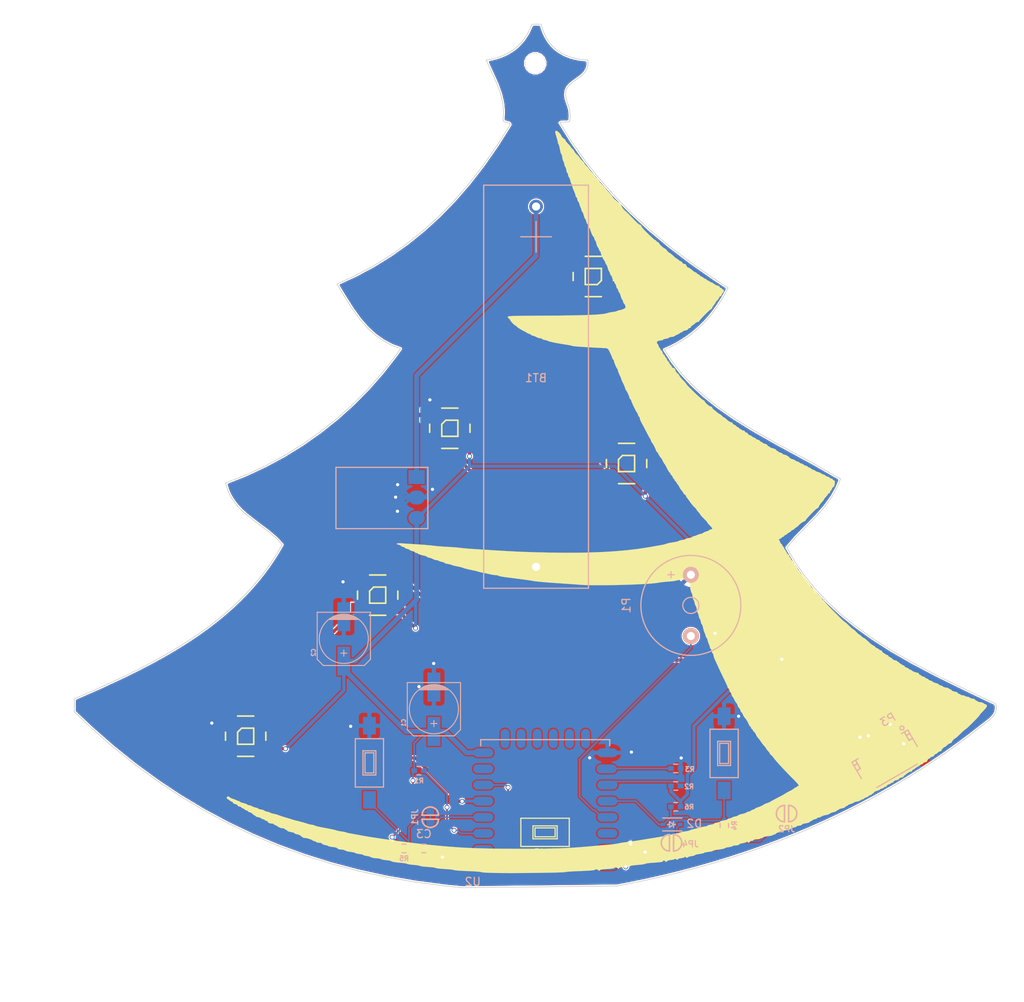
<source format=kicad_pcb>
(kicad_pcb (version 4) (host pcbnew 4.0.4-stable)
  (title_block (title "Sensory Adaptation Robot") (date 2016-03-10) (rev 0.1a) (company "Idle Hands Dev.") (comment 1 "Sean Hodgins"))
  (layers (0 F.Cu signal) (31 B.Cu signal) (34 B.Paste user) (35 F.Paste user) (36 B.SilkS user) (37 F.SilkS user) (38 B.Mask user) (39 F.Mask user) (44 Edge.Cuts user))
  (net 0 "")
  (net 1 GND)
  (net 2 +3V3)
  (net 3 /VIN)
  (net 4 DTR)
  (net 5 /GPIO0)
  (net 6 /GPIO16)
  (net 7 "Net-(JP2-Pad1)")
  (net 8 "Net-(JP3-Pad1)")
  (net 9 "Net-(LED1-Pad2)")
  (net 10 /NEOP)
  (net 11 "Net-(LED2-Pad2)")
  (net 12 "Net-(LED3-Pad2)")
  (net 13 "Net-(LED4-Pad2)")
  (net 14 "Net-(LED5-Pad2)")
  (net 15 /tonepin)
  (net 16 /RXD)
  (net 17 /TXD)
  (net 18 /CH_PD)
  (net 19 /GPIO2)
  (net 20 "Net-(D1-Pad1)")
  (net 21 /BUTT1)
  (net 22 /ADC)
  (net 23 /GPIO13)
  (net 24 "Net-(U2-Pad9)")
  (net 25 "Net-(U2-Pad10)")
  (net 26 "Net-(U2-Pad11)")
  (net 27 "Net-(U2-Pad12)")
  (net 28 "Net-(U2-Pad13)")
  (net 29 "Net-(U2-Pad14)")
  (net 30 /GPIO15)
  (net 31 /GPIO5)
  (net 32 "Net-(LED6-Pad2)")
  (module idlehands_footprints:c_elec_6.3x5.3 (layer B.Cu) (at 191.75 156.3 270)
    (fp_text reference C1 (at 1.7 3.75 270) (layer B.SilkS) (effects (font (size 0.5 0.5) (thickness 0.125)) (justify mirror)))
    (fp_text value 100uF hide)
    (pad 1 smd rect (at 2.75082 0 270) (size 3.59918 1.6002) (layers B.Cu B.Paste B.Mask) (net 2 +3V3))
    (pad 2 smd rect (at -2.75082 0 270) (size 3.59918 1.6002) (layers B.Cu B.Paste B.Mask) (net 1 GND))
  )
  (module idlehands_footprints:c_elec_6.3x5.3 (layer B.Cu) (at 180.575 147.575 270)
    (fp_text reference C2 (at 1.7 3.75 270) (layer B.SilkS) (effects (font (size 0.5 0.5) (thickness 0.125)) (justify mirror)))
    (fp_text value 100uF hide)
    (pad 1 smd rect (at 2.75082 0 270) (size 3.59918 1.6002) (layers B.Cu B.Paste B.Mask) (net 2 +3V3))
    (pad 2 smd rect (at -2.75082 0 270) (size 3.59918 1.6002) (layers B.Cu B.Paste B.Mask) (net 1 GND))
  )
  (module project_footprints:C_0402_Hand (layer B.Cu) (at 190.5 173.575 180)
    (fp_text reference C3 (at 0 1.8 180) (layer B.SilkS) (effects (justify mirror)))
    (fp_text value 1uF)
    (pad 1 smd rect (at -0.6 0 180) (size 0.7 0.6) (layers B.Cu B.Paste B.Mask) (net 4 DTR))
    (pad 2 smd rect (at 0.6 0 180) (size 0.7 0.6) (layers B.Cu B.Paste B.Mask) (net 6 /GPIO16))
  )
  (module Diodes_SMD:SOD-323 (layer B.Cu) (at 221.225 170.6 180)
    (fp_text reference D2 (at -2.825 0.1 180) (layer B.SilkS) (effects (justify mirror)))
    (fp_text value D)
    (pad 1 smd rect (at -1.055 0 180) (size 0.59 0.45) (layers B.Cu B.Paste B.Mask) (net 4 DTR))
    (pad 2 smd rect (at 1.055 0 180) (size 0.59 0.45) (layers B.Cu B.Paste B.Mask) (net 5 /GPIO0))
  )
  (module idlehands_footprints:SOLDER-JUMPER_1-WAY (layer B.Cu) (at 235.5 169.25 180)
    (fp_text reference JP2 (at 0 -1.905 180) (layer B.SilkS) (effects (font (size 0.762 0.762) (thickness 0.1524)) (justify mirror)))
    (fp_text value Jumper_NO_Small hide)
    (pad 1 smd rect (at -0.65 0 180) (size 1 1) (layers B.Cu B.Paste B.Mask) (net 7 "Net-(JP2-Pad1)"))
    (pad 2 smd rect (at 0.65 0 180) (size 1 1) (layers B.Cu B.Paste B.Mask) (net 4 DTR))
  )
  (module idlehands_footprints:SOLDER-JUMPER_1-WAY (layer B.Cu) (at 221.225 172.875)
    (fp_text reference JP4 (at 2.325 0.15) (layer B.SilkS) (effects (font (size 0.762 0.762) (thickness 0.1524)) (justify mirror)))
    (fp_text value Jumper_NC_Small hide)
    (pad 1 smd rect (at -0.65 0) (size 1 1) (layers B.Cu B.Paste B.Mask) (net 4 DTR))
    (pad 2 smd rect (at 0.65 0) (size 1 1) (layers B.Cu B.Paste B.Mask) (net 4 DTR))
  )
  (module idlehands_footprints:pololu_power_3.3v-5v (layer B.Cu) (at 189.6 127.5 180)
    (fp_text reference P2 hide)
    (fp_text value EXT_REG)
    (pad 1 smd rect (at 0 0 180) (size 2.032 1.7272) (layers B.Cu B.Paste B.Mask) (net 3 /VIN))
    (pad 2 smd oval (at 0 -2.54 180) (size 2.032 1.7272) (layers B.Cu B.Paste B.Mask) (net 1 GND))
    (pad 3 smd oval (at 0 -5.08 180) (size 2.032 1.7272) (layers B.Cu B.Paste B.Mask) (net 2 +3V3))
  )
  (module Connectors_JST_SH:Connectors_JST_SM06B-SRSS-TB (layer B.Cu) (at 247.875 162.275 210)
    (fp_text reference P3 (at -2.5 3.9375 210) (layer B.SilkS) (effects (justify mirror)))
    (fp_text value CONN_01X06 hide)
    (pad 1 smd rect (at -2.5 1.9375 210) (size 0.6 1.55) (layers B.Cu B.Paste B.Mask) (net 1 GND))
    (pad 2 smd rect (at -1.5 1.9375 210) (size 0.6 1.55) (layers B.Cu B.Paste B.Mask) (net 8 "Net-(JP3-Pad1)"))
    (pad 3 smd rect (at -0.5 1.9375 210) (size 0.6 1.55) (layers B.Cu B.Paste B.Mask) (net 2 +3V3))
    (pad 4 smd rect (at 0.5 1.9375 210) (size 0.6 1.55) (layers B.Cu B.Paste B.Mask) (net 16 /RXD))
    (pad 5 smd rect (at 1.5 1.9375 210) (size 0.6 1.55) (layers B.Cu B.Paste B.Mask) (net 17 /TXD))
    (pad 6 smd rect (at 2.5 1.9375 210) (size 0.6 1.55) (layers B.Cu B.Paste B.Mask) (net 7 "Net-(JP2-Pad1)"))
    (pad "" smd rect (at -3.8 -1.9375 210) (size 1.2 1.8) (layers B.Cu B.Paste B.Mask))
    (pad "" smd rect (at 3.8 -1.9375 210) (size 1.2 1.8) (layers B.Cu B.Paste B.Mask))
  )
  (module idlehands_footprints:R_0402_Hand (layer B.Cu) (at 189.9 163.925)
    (fp_text reference R1 (at 0 1.25) (layer B.SilkS) (effects (font (size 0.6 0.6)) (justify mirror)))
    (fp_text value 10K hide)
    (pad 1 smd rect (at -0.6 0) (size 0.7 0.6) (layers B.Cu B.Paste B.Mask) (net 2 +3V3))
    (pad 2 smd rect (at 0.6 0) (size 0.7 0.6) (layers B.Cu B.Paste B.Mask) (net 18 /CH_PD))
  )
  (module idlehands_footprints:R_0402_Hand (layer B.Cu) (at 221.75 165.825)
    (fp_text reference R2 (at 1.65 0.075) (layer B.SilkS) (effects (font (size 0.6 0.6)) (justify mirror)))
    (fp_text value 10K hide)
    (pad 1 smd rect (at -0.6 0) (size 0.7 0.6) (layers B.Cu B.Paste B.Mask) (net 2 +3V3))
    (pad 2 smd rect (at 0.6 0) (size 0.7 0.6) (layers B.Cu B.Paste B.Mask) (net 19 /GPIO2))
  )
  (module idlehands_footprints:R_0402_Hand (layer B.Cu) (at 221.75 163.65)
    (fp_text reference R3 (at 1.75 0.1) (layer B.SilkS) (effects (font (size 0.6 0.6)) (justify mirror)))
    (fp_text value 1K hide)
    (pad 1 smd rect (at -0.6 0) (size 0.7 0.6) (layers B.Cu B.Paste B.Mask) (net 30 /GPIO15))
    (pad 2 smd rect (at 0.6 0) (size 0.7 0.6) (layers B.Cu B.Paste B.Mask) (net 1 GND))
  )
  (module idlehands_footprints:R_0402_Hand (layer B.Cu) (at 227.775 170.725 90)
    (fp_text reference R4 (at 0 1.25 90) (layer B.SilkS) (effects (font (size 0.6 0.6)) (justify mirror)))
    (fp_text value 1K hide)
    (pad 1 smd rect (at -0.6 0 90) (size 0.7 0.6) (layers B.Cu B.Paste B.Mask) (net 20 "Net-(D1-Pad1)"))
    (pad 2 smd rect (at 0.6 0 90) (size 0.7 0.6) (layers B.Cu B.Paste B.Mask) (net 5 /GPIO0))
  )
  (module idlehands_footprints:R_0402_Hand (layer B.Cu) (at 188.05 173.575)
    (fp_text reference R5 (at 0 1.25) (layer B.SilkS) (effects (font (size 0.6 0.6)) (justify mirror)))
    (fp_text value 10K hide)
    (pad 1 smd rect (at -0.6 0) (size 0.7 0.6) (layers B.Cu B.Paste B.Mask) (net 2 +3V3))
    (pad 2 smd rect (at 0.6 0) (size 0.7 0.6) (layers B.Cu B.Paste B.Mask) (net 6 /GPIO16))
  )
  (module idlehands_footprints:R_0402_Hand (layer B.Cu) (at 221.75 168.4 180)
    (fp_text reference R6 (at -1.675 -0.025 180) (layer B.SilkS) (effects (font (size 0.6 0.6)) (justify mirror)))
    (fp_text value 1K hide)
    (pad 1 smd rect (at -0.6 0 180) (size 0.7 0.6) (layers B.Cu B.Paste B.Mask) (net 2 +3V3))
    (pad 2 smd rect (at 0.6 0 180) (size 0.7 0.6) (layers B.Cu B.Paste B.Mask) (net 5 /GPIO0))
  )
  (module Buttons_Switches_SMD:SW_SPST_FSMSM (layer F.Cu) (at 205.55 171.575 180)
    (fp_text reference SW1 (at 0.01011 -2.60022 180) (layer F.SilkS))
    (fp_text value B hide)
    (pad 1 smd rect (at -4.60243 -0.00232 180) (size 2.18 1.6) (layers F.Cu F.Paste F.Mask) (net 1 GND))
    (pad 2 smd rect (at 4.60243 0.00232 180) (size 2.18 1.6) (layers F.Cu F.Paste F.Mask) (net 21 /BUTT1))
  )
  (module Buttons_Switches_SMD:SW_SPST_FSMSM (layer B.Cu) (at 227.75 161.775 270)
    (fp_text reference SW2 hide)
    (fp_text value GPIO0)
    (pad 1 smd rect (at -4.60243 0.00232 270) (size 2.18 1.6) (layers B.Cu B.Paste B.Mask) (net 1 GND))
    (pad 2 smd rect (at 4.60243 -0.00232 270) (size 2.18 1.6) (layers B.Cu B.Paste B.Mask) (net 5 /GPIO0))
  )
  (module Buttons_Switches_SMD:SW_SPST_FSMSM (layer B.Cu) (at 183.75 162.95 270)
    (fp_text reference SW3 hide)
    (fp_text value RESET)
    (pad 1 smd rect (at -4.60243 0.00232 270) (size 2.18 1.6) (layers B.Cu B.Paste B.Mask) (net 1 GND))
    (pad 2 smd rect (at 4.60243 -0.00232 270) (size 2.18 1.6) (layers B.Cu B.Paste B.Mask) (net 6 /GPIO16))
  )
  (module idlehands_footprints:WS2812B (layer F.Cu) (at 168.4 159.65 270)
    (fp_text reference LED1 hide)
    (fp_text value WS2812B hide)
    (pad 1 smd rect (at 1.65 -2.4 270) (size 1.4 1.8) (layers F.Cu F.Paste F.Mask) (net 2 +3V3))
    (pad 2 smd rect (at -1.65 -2.4 270) (size 1.4 1.8) (layers F.Cu F.Paste F.Mask) (net 9 "Net-(LED1-Pad2)"))
    (pad 3 smd rect (at -1.65 2.4 270) (size 1.4 1.8) (layers F.Cu F.Paste F.Mask) (net 1 GND))
    (pad 4 smd rect (at 1.65 2.4 270) (size 1.4 1.8) (layers F.Cu F.Paste F.Mask) (net 10 /NEOP))
  )
  (module idlehands_footprints:WS2812B (layer F.Cu) (at 184.775 142.15 270)
    (fp_text reference LED2 hide)
    (fp_text value WS2812B hide)
    (pad 1 smd rect (at 1.65 -2.4 270) (size 1.4 1.8) (layers F.Cu F.Paste F.Mask) (net 2 +3V3))
    (pad 2 smd rect (at -1.65 -2.4 270) (size 1.4 1.8) (layers F.Cu F.Paste F.Mask) (net 11 "Net-(LED2-Pad2)"))
    (pad 3 smd rect (at -1.65 2.4 270) (size 1.4 1.8) (layers F.Cu F.Paste F.Mask) (net 1 GND))
    (pad 4 smd rect (at 1.65 2.4 270) (size 1.4 1.8) (layers F.Cu F.Paste F.Mask) (net 9 "Net-(LED1-Pad2)"))
  )
  (module idlehands_footprints:WS2812B (layer F.Cu) (at 230.85 148.55 270)
    (fp_text reference LED3 hide)
    (fp_text value WS2812B hide)
    (pad 1 smd rect (at 1.65 -2.4 270) (size 1.4 1.8) (layers F.Cu F.Paste F.Mask) (net 2 +3V3))
    (pad 2 smd rect (at -1.65 -2.4 270) (size 1.4 1.8) (layers F.Cu F.Paste F.Mask) (net 12 "Net-(LED3-Pad2)"))
    (pad 3 smd rect (at -1.65 2.4 270) (size 1.4 1.8) (layers F.Cu F.Paste F.Mask) (net 1 GND))
    (pad 4 smd rect (at 1.65 2.4 270) (size 1.4 1.8) (layers F.Cu F.Paste F.Mask) (net 11 "Net-(LED2-Pad2)"))
  )
  (module idlehands_footprints:WS2812B (layer F.Cu) (at 193.725 121.45 270)
    (fp_text reference LED4 hide)
    (fp_text value WS2812B hide)
    (pad 1 smd rect (at 1.65 -2.4 270) (size 1.4 1.8) (layers F.Cu F.Paste F.Mask) (net 2 +3V3))
    (pad 2 smd rect (at -1.65 -2.4 270) (size 1.4 1.8) (layers F.Cu F.Paste F.Mask) (net 13 "Net-(LED4-Pad2)"))
    (pad 3 smd rect (at -1.65 2.4 270) (size 1.4 1.8) (layers F.Cu F.Paste F.Mask) (net 1 GND))
    (pad 4 smd rect (at 1.65 2.4 270) (size 1.4 1.8) (layers F.Cu F.Paste F.Mask) (net 12 "Net-(LED3-Pad2)"))
  )
  (module idlehands_footprints:WS2812B (layer F.Cu) (at 215.65 125.825 270)
    (fp_text reference LED5 hide)
    (fp_text value WS2812B hide)
    (pad 1 smd rect (at 1.65 -2.4 270) (size 1.4 1.8) (layers F.Cu F.Paste F.Mask) (net 2 +3V3))
    (pad 2 smd rect (at -1.65 -2.4 270) (size 1.4 1.8) (layers F.Cu F.Paste F.Mask) (net 14 "Net-(LED5-Pad2)"))
    (pad 3 smd rect (at -1.65 2.4 270) (size 1.4 1.8) (layers F.Cu F.Paste F.Mask) (net 1 GND))
    (pad 4 smd rect (at 1.65 2.4 270) (size 1.4 1.8) (layers F.Cu F.Paste F.Mask) (net 13 "Net-(LED4-Pad2)"))
  )
  (module idlehands_footprints:WS2812B (layer F.Cu) (at 211.525 102.625 90)
    (fp_text reference LED6 hide)
    (fp_text value WS2812B hide)
    (pad 1 smd rect (at 1.65 -2.4 90) (size 1.4 1.8) (layers F.Cu F.Paste F.Mask) (net 2 +3V3))
    (pad 2 smd rect (at -1.65 -2.4 90) (size 1.4 1.8) (layers F.Cu F.Paste F.Mask) (net 32 "Net-(LED6-Pad2)"))
    (pad 3 smd rect (at -1.65 2.4 90) (size 1.4 1.8) (layers F.Cu F.Paste F.Mask) (net 1 GND))
    (pad 4 smd rect (at 1.65 2.4 90) (size 1.4 1.8) (layers F.Cu F.Paste F.Mask) (net 14 "Net-(LED5-Pad2)"))
  )
  (module Buzzers_Beepers:Buzzer_12x9.5RM7.6 (layer B.Cu) (at 223.625 143.425 270)
    (fp_text reference P1 (at 0 8.001 270) (layer B.SilkS) (effects (justify mirror)))
    (fp_text value CONN_01X02 hide)
    (fp_text user + (at -3.81 2.54 270) (layer B.SilkS) (effects (justify mirror)))
    (pad 1 thru_hole circle (at -3.79984 0 270) (size 2 2) (drill 1.00076) (layers *.Cu *.Mask B.SilkS) (net 1 GND))
    (pad 2 thru_hole circle (at 3.79984 0 270) (size 2 2) (drill 1.00076) (layers *.Cu *.Mask B.SilkS) (net 15 /tonepin))
  )
  (module ESP8266:ESP-12E_NoTH (layer B.Cu) (at 198.575 175.7)
    (fp_text reference U2 (at -2 2) (layer B.SilkS) (effects (justify mirror)))
    (fp_text value ESP-12E)
    (pad 1 smd rect (at 0 0) (size 2.5 1.1) (drill (offset -0.7 0)) (layers B.Cu B.Paste B.Mask) (net 6 /GPIO16))
    (pad 2 smd oval (at 0 -2) (size 2.5 1.1) (drill (offset -0.7 0)) (layers B.Cu B.Paste B.Mask) (net 22 /ADC))
    (pad 3 smd oval (at 0 -4) (size 2.5 1.1) (drill (offset -0.7 0)) (layers B.Cu B.Paste B.Mask) (net 18 /CH_PD))
    (pad 4 smd oval (at 0 -6) (size 2.5 1.1) (drill (offset -0.7 0)) (layers B.Cu B.Paste B.Mask) (net 6 /GPIO16))
    (pad 5 smd oval (at 0 -8) (size 2.5 1.1) (drill (offset -0.7 0)) (layers B.Cu B.Paste B.Mask) (net 10 /NEOP))
    (pad 6 smd oval (at 0 -10) (size 2.5 1.1) (drill (offset -0.7 0)) (layers B.Cu B.Paste B.Mask) (net 21 /BUTT1))
    (pad 7 smd oval (at 0 -12) (size 2.5 1.1) (drill (offset -0.7 0)) (layers B.Cu B.Paste B.Mask) (net 23 /GPIO13))
    (pad 8 smd oval (at 0 -14) (size 2.5 1.1) (drill (offset -0.7 0)) (layers B.Cu B.Paste B.Mask) (net 2 +3V3))
    (pad 9 smd oval (at 1.99 -15.75 270) (size 2.4 1.1) (layers B.Cu B.Paste B.Mask) (net 24 "Net-(U2-Pad9)"))
    (pad 10 smd oval (at 3.99 -15.75 270) (size 2.4 1.1) (layers B.Cu B.Paste B.Mask) (net 25 "Net-(U2-Pad10)"))
    (pad 11 smd oval (at 5.99 -15.75 270) (size 2.4 1.1) (layers B.Cu B.Paste B.Mask) (net 26 "Net-(U2-Pad11)"))
    (pad 12 smd oval (at 7.99 -15.75 270) (size 2.4 1.1) (layers B.Cu B.Paste B.Mask) (net 27 "Net-(U2-Pad12)"))
    (pad 13 smd oval (at 9.99 -15.75 270) (size 2.4 1.1) (layers B.Cu B.Paste B.Mask) (net 28 "Net-(U2-Pad13)"))
    (pad 14 smd oval (at 11.99 -15.75 270) (size 2.4 1.1) (layers B.Cu B.Paste B.Mask) (net 29 "Net-(U2-Pad14)"))
    (pad 15 smd oval (at 14 -14) (size 2.5 1.1) (drill (offset 0.7 0)) (layers B.Cu B.Paste B.Mask) (net 1 GND))
    (pad 16 smd oval (at 14 -12) (size 2.5 1.1) (drill (offset 0.6 0)) (layers B.Cu B.Paste B.Mask) (net 30 /GPIO15))
    (pad 17 smd oval (at 14 -10) (size 2.5 1.1) (drill (offset 0.7 0)) (layers B.Cu B.Paste B.Mask) (net 19 /GPIO2))
    (pad 18 smd oval (at 14 -8) (size 2.5 1.1) (drill (offset 0.7 0)) (layers B.Cu B.Paste B.Mask) (net 5 /GPIO0))
    (pad 19 smd oval (at 14 -6) (size 2.5 1.1) (drill (offset 0.7 0)) (layers B.Cu B.Paste B.Mask) (net 15 /tonepin))
    (pad 20 smd oval (at 14 -4) (size 2.5 1.1) (drill (offset 0.7 0)) (layers B.Cu B.Paste B.Mask) (net 31 /GPIO5))
    (pad 21 smd oval (at 14 -2) (size 2.5 1.1) (drill (offset 0.7 0)) (layers B.Cu B.Paste B.Mask) (net 16 /RXD))
    (pad 22 smd oval (at 14 0) (size 2.5 1.1) (drill (offset 0.7 0)) (layers B.Cu B.Paste B.Mask) (net 17 /TXD))
  )
  (module idlehands_footprints:SOLDER-JUMPER_1-WAY-CLOSED (layer B.Cu) (at 191.3 169.7 90)
    (fp_text reference JP1 (at 0 -1.905 90) (layer B.SilkS) (effects (font (size 0.762 0.762) (thickness 0.1524)) (justify mirror)))
    (fp_text value Jumper_NC_Small hide)
    (pad 1 smd rect (at -0.65 0 90) (size 1 1) (layers B.Cu B.Paste B.Mask) (net 6 /GPIO16))
    (pad 2 smd rect (at 0.65 0 90) (size 1 1) (layers B.Cu B.Paste B.Mask) (net 6 /GPIO16))
  )
  (module project_footprints:tree_shadow (layer F.Cu) (at 206.025 126.55)
    (fp_text reference G*** hide)
    (fp_text value LOGO hide)
  )
  (module project_footprints:tree_star (layer F.Cu) (at 204.175 119.75)
    (fp_text reference G*** hide)
    (fp_text value LOGO hide)
  )
  (module idlehands_footprints:AAA_SingleHolder (layer B.Cu) (at 204.425 116.295)
    (fp_text reference BT1 (at -0.013814 -1.076073) (layer B.SilkS) (effects (justify mirror)))
    (fp_text value Batt_N)
    (fp_text user + (at 0 -19) (layer B.SilkS) (effects (font (size 5 5)) (justify mirror)))
    (pad 1 thru_hole circle (at 0 -22.35) (size 1.7 1.7) (drill 1.02) (layers *.Cu *.Mask) (net 3 /VIN))
    (pad 2 thru_hole circle (at 0 22.35) (size 1.524 1.524) (drill 1.02) (layers *.Cu *.Mask) (net 1 GND))
  )
  (module idlehands_footprints:MountingHole_2.5mm_NO (layer B.Cu) (at 204.35 76.175)
    (fp_text reference REF** hide)
    (fp_text value MountingHole_2.5mm hide)
    (pad 1 thru_hole circle (at -0.025 0) (size 2.5 2.5) (drill 2.5) (layers *.Cu))
  )
  (gr_line (start 203.873116 71.466307) (end 203.922532 71.334746) (layer Edge.Cuts) (width 0.1))
  (gr_line (start 203.412026 72.455488) (end 203.873116 71.466307) (layer Edge.Cuts) (width 0.1))
  (gr_line (start 202.850709 73.304167) (end 203.412026 72.455488) (layer Edge.Cuts) (width 0.1))
  (gr_line (start 202.186395 74.027998) (end 202.850709 73.304167) (layer Edge.Cuts) (width 0.1))
  (gr_line (start 201.812669 74.3468) (end 202.186395 74.027998) (layer Edge.Cuts) (width 0.1))
  (gr_line (start 201.410333 74.637007) (end 201.812669 74.3468) (layer Edge.Cuts) (width 0.1))
  (gr_line (start 200.974229 74.900892) (end 201.410333 74.637007) (layer Edge.Cuts) (width 0.1))
  (gr_line (start 200.508187 75.134855) (end 200.974229 74.900892) (layer Edge.Cuts) (width 0.1))
  (gr_line (start 200.000451 75.342695) (end 200.508187 75.134855) (layer Edge.Cuts) (width 0.1))
  (gr_line (start 199.460694 75.518522) (end 200.000451 75.342695) (layer Edge.Cuts) (width 0.1))
  (gr_line (start 198.870042 75.665907) (end 199.460694 75.518522) (layer Edge.Cuts) (width 0.1))
  (gr_line (start 198.2445 75.778395) (end 198.870042 75.665907) (layer Edge.Cuts) (width 0.1))
  (gr_line (start 198.931069 77.289351) (end 198.2445 75.778395) (layer Edge.Cuts) (width 0.1))
  (gr_line (start 199.587388 78.74008) (end 198.931069 77.289351) (layer Edge.Cuts) (width 0.1))
  (gr_line (start 200.022591 79.949904) (end 199.587388 78.74008) (layer Edge.Cuts) (width 0.1))
  (gr_line (start 200.283364 81.045622) (end 200.022591 79.949904) (layer Edge.Cuts) (width 0.1))
  (gr_line (start 200.387795 82.073668) (end 200.283364 81.045622) (layer Edge.Cuts) (width 0.1))
  (gr_line (start 200.342904 83.060988) (end 200.387795 82.073668) (layer Edge.Cuts) (width 0.1))
  (gr_line (start 200.357171 83.302321) (end 200.342904 83.060988) (layer Edge.Cuts) (width 0.1))
  (gr_line (start 200.383714 83.345488) (end 200.357171 83.302321) (layer Edge.Cuts) (width 0.1))
  (gr_line (start 200.420731 83.383101) (end 200.383714 83.345488) (layer Edge.Cuts) (width 0.1))
  (gr_line (start 200.47107 83.416075) (end 200.420731 83.383101) (layer Edge.Cuts) (width 0.1))
  (gr_line (start 200.541238 83.445341) (end 200.47107 83.416075) (layer Edge.Cuts) (width 0.1))
  (gr_line (start 200.845002 83.504912) (end 200.541238 83.445341) (layer Edge.Cuts) (width 0.1))
  (gr_line (start 201.087334 83.580931) (end 200.845002 83.504912) (layer Edge.Cuts) (width 0.1))
  (gr_line (start 201.159707 83.646834) (end 201.087334 83.580931) (layer Edge.Cuts) (width 0.1))
  (gr_line (start 201.184007 83.689558) (end 201.159707 83.646834) (layer Edge.Cuts) (width 0.1))
  (gr_line (start 201.20694 83.801512) (end 201.184007 83.689558) (layer Edge.Cuts) (width 0.1))
  (gr_line (start 199.61702 86.324904) (end 201.20694 83.801512) (layer Edge.Cuts) (width 0.1))
  (gr_line (start 197.876183 88.82054) (end 199.61702 86.324904) (layer Edge.Cuts) (width 0.1))
  (gr_line (start 196.100411 91.105116) (end 197.876183 88.82054) (layer Edge.Cuts) (width 0.1))
  (gr_line (start 194.281594 93.199263) (end 196.100411 91.105116) (layer Edge.Cuts) (width 0.1))
  (gr_line (start 192.412362 95.119322) (end 194.281594 93.199263) (layer Edge.Cuts) (width 0.1))
  (gr_line (start 190.485627 96.878401) (end 192.412362 95.119322) (layer Edge.Cuts) (width 0.1))
  (gr_line (start 188.494271 98.486967) (end 190.485627 96.878401) (layer Edge.Cuts) (width 0.1))
  (gr_line (start 186.430932 99.9532) (end 188.494271 98.486967) (layer Edge.Cuts) (width 0.1))
  (gr_line (start 184.287896 101.283308) (end 186.430932 99.9532) (layer Edge.Cuts) (width 0.1))
  (gr_line (start 182.056985 102.481688) (end 184.287896 101.283308) (layer Edge.Cuts) (width 0.1))
  (gr_line (start 179.729523 103.551039) (end 182.056985 102.481688) (layer Edge.Cuts) (width 0.1))
  (gr_line (start 180.550141 104.924254) (end 179.729523 103.551039) (layer Edge.Cuts) (width 0.1))
  (gr_line (start 181.64988 106.667189) (end 180.550141 104.924254) (layer Edge.Cuts) (width 0.1))
  (gr_line (start 182.605203 107.977736) (end 181.64988 106.667189) (layer Edge.Cuts) (width 0.1))
  (gr_line (start 183.528588 109.027617) (end 182.605203 107.977736) (layer Edge.Cuts) (width 0.1))
  (gr_line (start 184.466149 109.884794) (end 183.528588 109.027617) (layer Edge.Cuts) (width 0.1))
  (gr_line (start 185.446519 110.584196) (end 184.466149 109.884794) (layer Edge.Cuts) (width 0.1))
  (gr_line (start 186.493226 111.144591) (end 185.446519 110.584196) (layer Edge.Cuts) (width 0.1))
  (gr_line (start 187.629128 111.574156) (end 186.493226 111.144591) (layer Edge.Cuts) (width 0.1))
  (gr_line (start 187.052598 112.379652) (end 187.629128 111.574156) (layer Edge.Cuts) (width 0.1))
  (gr_line (start 185.397401 114.506239) (end 187.052598 112.379652) (layer Edge.Cuts) (width 0.1))
  (gr_line (start 183.624368 116.526701) (end 185.397401 114.506239) (layer Edge.Cuts) (width 0.1))
  (gr_line (start 181.740258 118.434126) (end 183.624368 116.526701) (layer Edge.Cuts) (width 0.1))
  (gr_line (start 179.751443 120.2227) (end 181.740258 118.434126) (layer Edge.Cuts) (width 0.1))
  (gr_line (start 177.663781 121.887617) (end 179.751443 120.2227) (layer Edge.Cuts) (width 0.1))
  (gr_line (start 175.482545 123.42491) (end 177.663781 121.887617) (layer Edge.Cuts) (width 0.1))
  (gr_line (start 173.212365 124.831282) (end 175.482545 123.42491) (layer Edge.Cuts) (width 0.1))
  (gr_line (start 170.857232 126.103865) (end 173.212365 124.831282) (layer Edge.Cuts) (width 0.1))
  (gr_line (start 168.420495 127.240187) (end 170.857232 126.103865) (layer Edge.Cuts) (width 0.1))
  (gr_line (start 165.90487 128.237898) (end 168.420495 127.240187) (layer Edge.Cuts) (width 0.1))
  (gr_line (start 166.207429 129.195433) (end 165.90487 128.237898) (layer Edge.Cuts) (width 0.1))
  (gr_line (start 166.426865 129.679899) (end 166.207429 129.195433) (layer Edge.Cuts) (width 0.1))
  (gr_line (start 166.678574 130.132124) (end 166.426865 129.679899) (layer Edge.Cuts) (width 0.1))
  (gr_line (start 166.998208 130.608488) (end 166.678574 130.132124) (layer Edge.Cuts) (width 0.1))
  (gr_line (start 167.350732 131.05197) (end 166.998208 130.608488) (layer Edge.Cuts) (width 0.1))
  (gr_line (start 167.888108 131.623213) (end 167.350732 131.05197) (layer Edge.Cuts) (width 0.1))
  (gr_line (start 168.468644 132.151304) (end 167.888108 131.623213) (layer Edge.Cuts) (width 0.1))
  (gr_line (start 169.711198 133.126021) (end 168.468644 132.151304) (layer Edge.Cuts) (width 0.1))
  (gr_line (start 171.19217 134.235289) (end 169.711198 133.126021) (layer Edge.Cuts) (width 0.1))
  (gr_line (start 172.187157 135.086668) (end 171.19217 134.235289) (layer Edge.Cuts) (width 0.1))
  (gr_line (start 172.940621 135.890837) (end 172.187157 135.086668) (layer Edge.Cuts) (width 0.1))
  (gr_line (start 172.461411 136.719527) (end 172.940621 135.890837) (layer Edge.Cuts) (width 0.1))
  (gr_line (start 171.878869 137.64913) (end 172.461411 136.719527) (layer Edge.Cuts) (width 0.1))
  (gr_line (start 171.266656 138.549078) (end 171.878869 137.64913) (layer Edge.Cuts) (width 0.1))
  (gr_line (start 170.605637 139.446585) (end 171.266656 138.549078) (layer Edge.Cuts) (width 0.1))
  (gr_line (start 169.915147 140.314619) (end 170.605637 139.446585) (layer Edge.Cuts) (width 0.1))
  (gr_line (start 169.168473 141.185461) (end 169.915147 140.314619) (layer Edge.Cuts) (width 0.1))
  (gr_line (start 168.392327 142.026839) (end 169.168473 141.185461) (layer Edge.Cuts) (width 0.1))
  (gr_line (start 167.550073 142.876784) (end 168.392327 142.026839) (layer Edge.Cuts) (width 0.1))
  (gr_line (start 166.678162 143.697066) (end 167.550073 142.876784) (layer Edge.Cuts) (width 0.1))
  (gr_line (start 165.726479 144.532736) (end 166.678162 143.697066) (layer Edge.Cuts) (width 0.1))
  (gr_line (start 164.744744 145.338362) (end 165.726479 144.532736) (layer Edge.Cuts) (width 0.1))
  (gr_line (start 163.66359 146.168287) (end 164.744744 145.338362) (layer Edge.Cuts) (width 0.1))
  (gr_line (start 162.551774 146.967558) (end 163.66359 146.168287) (layer Edge.Cuts) (width 0.1))
  (gr_line (start 161.309869 147.80435) (end 162.551774 146.967558) (layer Edge.Cuts) (width 0.1))
  (gr_line (start 160.036424 148.609595) (end 161.309869 147.80435) (layer Edge.Cuts) (width 0.1))
  (gr_line (start 158.578156 149.475645) (end 160.036424 148.609595) (layer Edge.Cuts) (width 0.1))
  (gr_line (start 157.086953 150.308752) (end 158.578156 149.475645) (layer Edge.Cuts) (width 0.1))
  (gr_line (start 155.283837 151.257094) (end 157.086953 150.308752) (layer Edge.Cuts) (width 0.1))
  (gr_line (start 153.445077 152.169775) (end 155.283837 151.257094) (layer Edge.Cuts) (width 0.1))
  (gr_line (start 150.322312 153.624647) (end 153.445077 152.169775) (layer Edge.Cuts) (width 0.1))
  (gr_line (start 147.142876 155.022833) (end 150.322312 153.624647) (layer Edge.Cuts) (width 0.1))
  (gr_line (start 147.142876 155.825323) (end 147.142876 155.022833) (layer Edge.Cuts) (width 0.1))
  (gr_line (start 147.142876 156.627554) (end 147.142876 155.825323) (layer Edge.Cuts) (width 0.1))
  (gr_line (start 149.271088 158.637129) (end 147.142876 156.627554) (layer Edge.Cuts) (width 0.1))
  (gr_line (start 151.99186 161.019278) (end 149.271088 158.637129) (layer Edge.Cuts) (width 0.1))
  (gr_line (start 154.740205 163.222059) (end 151.99186 161.019278) (layer Edge.Cuts) (width 0.1))
  (gr_line (start 157.526795 165.257887) (end 154.740205 163.222059) (layer Edge.Cuts) (width 0.1))
  (gr_line (start 160.361367 167.136603) (end 157.526795 165.257887) (layer Edge.Cuts) (width 0.1))
  (gr_line (start 163.253106 168.865935) (end 160.361367 167.136603) (layer Edge.Cuts) (width 0.1))
  (gr_line (start 166.210839 170.451849) (end 163.253106 168.865935) (layer Edge.Cuts) (width 0.1))
  (gr_line (start 169.243279 171.898772) (end 166.210839 170.451849) (layer Edge.Cuts) (width 0.1))
  (gr_line (start 172.359071 173.209769) (end 169.243279 171.898772) (layer Edge.Cuts) (width 0.1))
  (gr_line (start 175.566933 174.386671) (end 172.359071 173.209769) (layer Edge.Cuts) (width 0.1))
  (gr_line (start 178.875733 175.430159) (end 175.566933 174.386671) (layer Edge.Cuts) (width 0.1))
  (gr_line (start 182.294465 176.339857) (end 178.875733 175.430159) (layer Edge.Cuts) (width 0.1))
  (gr_line (start 185.832375 177.114378) (end 182.294465 176.339857) (layer Edge.Cuts) (width 0.1))
  (gr_line (start 189.498933 177.751387) (end 185.832375 177.114378) (layer Edge.Cuts) (width 0.1))
  (gr_line (start 193.303849 178.247633) (end 189.498933 177.751387) (layer Edge.Cuts) (width 0.1))
  (gr_line (start 195.262032 178.441778) (end 193.303849 178.247633) (layer Edge.Cuts) (width 0.1))
  (gr_line (start 214.45 178.225) (end 195.262032 178.441778) (layer Edge.Cuts) (width 0.1))
  (gr_line (start 216.086091 177.912367) (end 214.45 178.225) (layer Edge.Cuts) (width 0.1))
  (gr_line (start 218.226281 177.471434) (end 216.086091 177.912367) (layer Edge.Cuts) (width 0.1))
  (gr_line (start 220.337457 176.995779) (end 218.226281 177.471434) (layer Edge.Cuts) (width 0.1))
  (gr_line (start 222.422891 176.484999) (end 220.337457 176.995779) (layer Edge.Cuts) (width 0.1))
  (gr_line (start 224.479043 175.940336) (end 222.422891 176.484999) (layer Edge.Cuts) (width 0.1))
  (gr_line (start 226.509545 175.361159) (end 224.479043 175.940336) (layer Edge.Cuts) (width 0.1))
  (gr_line (start 228.510476 174.748915) (end 226.509545 175.361159) (layer Edge.Cuts) (width 0.1))
  (gr_line (start 230.485787 174.102736) (end 228.510476 174.748915) (layer Edge.Cuts) (width 0.1))
  (gr_line (start 232.431268 173.424322) (end 230.485787 174.102736) (layer Edge.Cuts) (width 0.1))
  (gr_line (start 234.351083 172.712523) (end 232.431268 173.424322) (layer Edge.Cuts) (width 0.1))
  (gr_line (start 236.240777 171.969305) (end 234.351083 172.712523) (layer Edge.Cuts) (width 0.1))
  (gr_line (start 238.104775 171.19322) (end 236.240777 171.969305) (layer Edge.Cuts) (width 0.1))
  (gr_line (start 239.938317 170.386549) (end 238.104775 171.19322) (layer Edge.Cuts) (width 0.1))
  (gr_line (start 241.746056 169.547514) (end 239.938317 170.386549) (layer Edge.Cuts) (width 0.1))
  (gr_line (start 243.523034 168.678709) (end 241.746056 169.547514) (layer Edge.Cuts) (width 0.1))
  (gr_line (start 245.274041 167.778036) (end 243.523034 168.678709) (layer Edge.Cuts) (width 0.1))
  (gr_line (start 246.993935 166.848418) (end 245.274041 167.778036) (layer Edge.Cuts) (width 0.1))
  (gr_line (start 248.687646 165.887419) (end 246.993935 166.848418) (layer Edge.Cuts) (width 0.1))
  (gr_line (start 250.349892 164.898298) (end 248.687646 165.887419) (layer Edge.Cuts) (width 0.1))
  (gr_line (start 251.98568 163.878302) (end 250.349892 164.898298) (layer Edge.Cuts) (width 0.1))
  (gr_line (start 253.589639 162.831) (end 251.98568 163.878302) (layer Edge.Cuts) (width 0.1))
  (gr_line (start 255.166802 161.753325) (end 253.589639 162.831) (layer Edge.Cuts) (width 0.1))
  (gr_line (start 256.711739 160.649199) (end 255.166802 161.753325) (layer Edge.Cuts) (width 0.1))
  (gr_line (start 258.229501 159.515211) (end 256.711739 160.649199) (layer Edge.Cuts) (width 0.1))
  (gr_line (start 259.714654 158.35562) (end 258.229501 159.515211) (layer Edge.Cuts) (width 0.1))
  (gr_line (start 260.163583 158.018736) (end 259.714654 158.35562) (layer Edge.Cuts) (width 0.1))
  (gr_line (start 260.803399 157.514082) (end 260.163583 158.018736) (layer Edge.Cuts) (width 0.1))
  (gr_line (start 261.202981 157.078543) (end 260.803399 157.514082) (layer Edge.Cuts) (width 0.1))
  (gr_line (start 261.433862 156.645979) (end 261.202981 157.078543) (layer Edge.Cuts) (width 0.1))
  (gr_line (start 261.518166 156.179136) (end 261.433862 156.645979) (layer Edge.Cuts) (width 0.1))
  (gr_line (start 261.502419 155.919722) (end 261.518166 156.179136) (layer Edge.Cuts) (width 0.1))
  (gr_line (start 261.442712 155.640196) (end 261.502419 155.919722) (layer Edge.Cuts) (width 0.1))
  (gr_line (start 258.791512 154.377814) (end 261.442712 155.640196) (layer Edge.Cuts) (width 0.1))
  (gr_line (start 254.509591 152.291014) (end 258.791512 154.377814) (layer Edge.Cuts) (width 0.1))
  (gr_line (start 251.219781 150.569845) (end 254.509591 152.291014) (layer Edge.Cuts) (width 0.1))
  (gr_line (start 248.470147 148.989081) (end 251.219781 150.569845) (layer Edge.Cuts) (width 0.1))
  (gr_line (start 246.093438 147.466994) (end 248.470147 148.989081) (layer Edge.Cuts) (width 0.1))
  (gr_line (start 244.004311 145.962446) (end 246.093438 147.466994) (layer Edge.Cuts) (width 0.1))
  (gr_line (start 242.151345 144.450453) (end 244.004311 145.962446) (layer Edge.Cuts) (width 0.1))
  (gr_line (start 240.500314 142.913534) (end 242.151345 144.450453) (layer Edge.Cuts) (width 0.1))
  (gr_line (start 239.027016 141.337881) (end 240.500314 142.913534) (layer Edge.Cuts) (width 0.1))
  (gr_line (start 237.713967 139.711455) (end 239.027016 141.337881) (layer Edge.Cuts) (width 0.1))
  (gr_line (start 236.548409 138.022879) (end 237.713967 139.711455) (layer Edge.Cuts) (width 0.1))
  (gr_line (start 235.521462 136.260847) (end 236.548409 138.022879) (layer Edge.Cuts) (width 0.1))
  (gr_line (start 236.612252 134.993361) (end 235.521462 136.260847) (layer Edge.Cuts) (width 0.1))
  (gr_line (start 237.774896 133.797697) (end 236.612252 134.993361) (layer Edge.Cuts) (width 0.1))
  (gr_line (start 239.260613 132.280989) (end 237.774896 133.797697) (layer Edge.Cuts) (width 0.1))
  (gr_line (start 240.29374 131.093565) (end 239.260613 132.280989) (layer Edge.Cuts) (width 0.1))
  (gr_line (start 241.089013 129.989332) (end 240.29374 131.093565) (layer Edge.Cuts) (width 0.1))
  (gr_line (start 241.711144 128.887861) (end 241.089013 129.989332) (layer Edge.Cuts) (width 0.1))
  (gr_line (start 242.187035 127.74388) (end 241.711144 128.887861) (layer Edge.Cuts) (width 0.1))
  (gr_line (start 238.918816 125.862272) (end 242.187035 127.74388) (layer Edge.Cuts) (width 0.1))
  (gr_line (start 234.235925 123.311659) (end 238.918816 125.862272) (layer Edge.Cuts) (width 0.1))
  (gr_line (start 231.254693 121.615172) (end 234.235925 123.311659) (layer Edge.Cuts) (width 0.1))
  (gr_line (start 228.896157 120.141234) (end 231.254693 121.615172) (layer Edge.Cuts) (width 0.1))
  (gr_line (start 226.917977 118.752089) (end 228.896157 120.141234) (layer Edge.Cuts) (width 0.1))
  (gr_line (start 225.217492 117.390059) (end 226.917977 118.752089) (layer Edge.Cuts) (width 0.1))
  (gr_line (start 223.738763 116.0231) (end 225.217492 117.390059) (layer Edge.Cuts) (width 0.1))
  (gr_line (start 222.446984 114.629637) (end 223.738763 116.0231) (layer Edge.Cuts) (width 0.1))
  (gr_line (start 221.319039 113.192808) (end 222.446984 114.629637) (layer Edge.Cuts) (width 0.1))
  (gr_line (start 220.339272 111.697661) (end 221.319039 113.192808) (layer Edge.Cuts) (width 0.1))
  (gr_line (start 220.36004 111.689039) (end 220.339272 111.697661) (layer Edge.Cuts) (width 0.1))
  (gr_line (start 221.07998 111.367949) (end 220.36004 111.689039) (layer Edge.Cuts) (width 0.1))
  (gr_line (start 221.769753 111.016707) (end 221.07998 111.367949) (layer Edge.Cuts) (width 0.1))
  (gr_line (start 222.435464 110.632567) (end 221.769753 111.016707) (layer Edge.Cuts) (width 0.1))
  (gr_line (start 223.071755 110.219008) (end 222.435464 110.632567) (layer Edge.Cuts) (width 0.1))
  (gr_line (start 223.688485 109.76953) (end 223.071755 110.219008) (layer Edge.Cuts) (width 0.1))
  (gr_line (start 224.276162 109.290983) (end 223.688485 109.76953) (layer Edge.Cuts) (width 0.1))
  (gr_line (start 224.848016 108.772017) (end 224.276162 109.290983) (layer Edge.Cuts) (width 0.1))
  (gr_line (start 225.390832 108.223997) (end 224.848016 108.772017) (layer Edge.Cuts) (width 0.1))
  (gr_line (start 225.920708 107.629469) (end 225.390832 108.223997) (layer Edge.Cuts) (width 0.1))
  (gr_line (start 226.421243 107.005598) (end 225.920708 107.629469) (layer Edge.Cuts) (width 0.1))
  (gr_line (start 226.910806 106.327482) (end 226.421243 107.005598) (layer Edge.Cuts) (width 0.1))
  (gr_line (start 227.3704 105.619414) (end 226.910806 106.327482) (layer Edge.Cuts) (width 0.1))
  (gr_line (start 227.820077 104.847502) (end 227.3704 105.619414) (layer Edge.Cuts) (width 0.1))
  (gr_line (start 228.238885 104.044722) (end 227.820077 104.847502) (layer Edge.Cuts) (width 0.1))
  (gr_line (start 226.715173 103.047056) (end 228.238885 104.044722) (layer Edge.Cuts) (width 0.1))
  (gr_line (start 223.694787 100.943434) (end 226.715173 103.047056) (layer Edge.Cuts) (width 0.1))
  (gr_line (start 220.957757 98.860197) (end 223.694787 100.943434) (layer Edge.Cuts) (width 0.1))
  (gr_line (start 218.463784 96.77664) (end 220.957757 98.860197) (layer Edge.Cuts) (width 0.1))
  (gr_line (start 216.183785 94.677244) (end 218.463784 96.77664) (layer Edge.Cuts) (width 0.1))
  (gr_line (start 214.095849 92.549559) (end 216.183785 94.677244) (layer Edge.Cuts) (width 0.1))
  (gr_line (start 212.183106 90.382887) (end 214.095849 92.549559) (layer Edge.Cuts) (width 0.1))
  (gr_line (start 210.432404 88.167555) (end 212.183106 90.382887) (layer Edge.Cuts) (width 0.1))
  (gr_line (start 208.833489 85.894469) (end 210.432404 88.167555) (layer Edge.Cuts) (width 0.1))
  (gr_line (start 207.37848 83.554671) (end 208.833489 85.894469) (layer Edge.Cuts) (width 0.1))
  (gr_line (start 207.539674 83.466322) (end 207.37848 83.554671) (layer Edge.Cuts) (width 0.1))
  (gr_line (start 208.148209 83.456785) (end 207.539674 83.466322) (layer Edge.Cuts) (width 0.1))
  (gr_line (start 208.441621 83.422209) (end 208.148209 83.456785) (layer Edge.Cuts) (width 0.1))
  (gr_line (start 208.532021 83.372069) (end 208.441621 83.422209) (layer Edge.Cuts) (width 0.1))
  (gr_line (start 208.564759 83.337492) (end 208.532021 83.372069) (layer Edge.Cuts) (width 0.1))
  (gr_line (start 208.589242 83.295958) (end 208.564759 83.337492) (layer Edge.Cuts) (width 0.1))
  (gr_line (start 208.612862 83.184324) (end 208.589242 83.295958) (layer Edge.Cuts) (width 0.1))
  (gr_line (start 208.656068 82.667708) (end 208.612862 83.184324) (layer Edge.Cuts) (width 0.1))
  (gr_line (start 208.587197 81.972044) (end 208.656068 82.667708) (layer Edge.Cuts) (width 0.1))
  (gr_line (start 208.417207 81.390059) (end 208.587197 81.972044) (layer Edge.Cuts) (width 0.1))
  (gr_line (start 208.165803 80.679945) (end 208.417207 81.390059) (layer Edge.Cuts) (width 0.1))
  (gr_line (start 208.070367 80.150282) (end 208.165803 80.679945) (layer Edge.Cuts) (width 0.1))
  (gr_line (start 208.11918 79.604872) (end 208.070367 80.150282) (layer Edge.Cuts) (width 0.1))
  (gr_line (start 208.288239 79.19676) (end 208.11918 79.604872) (layer Edge.Cuts) (width 0.1))
  (gr_line (start 208.571053 78.848692) (end 208.288239 79.19676) (layer Edge.Cuts) (width 0.1))
  (gr_line (start 208.933404 78.539686) (end 208.571053 78.848692) (layer Edge.Cuts) (width 0.1))
  (gr_line (start 209.341058 78.248747) (end 208.933404 78.539686) (layer Edge.Cuts) (width 0.1))
  (gr_line (start 210.026093 77.748839) (end 209.341058 78.248747) (layer Edge.Cuts) (width 0.1))
  (gr_line (start 210.458474 77.319746) (end 210.026093 77.748839) (layer Edge.Cuts) (width 0.1))
  (gr_line (start 210.727441 76.877516) (end 210.458474 77.319746) (layer Edge.Cuts) (width 0.1))
  (gr_line (start 210.856904 76.378569) (end 210.727441 76.877516) (layer Edge.Cuts) (width 0.1))
  (gr_line (start 210.86683 76.092467) (end 210.856904 76.378569) (layer Edge.Cuts) (width 0.1))
  (gr_line (start 210.834946 75.778395) (end 210.86683 76.092467) (layer Edge.Cuts) (width 0.1))
  (gr_line (start 209.802575 75.677122) (end 210.834946 75.778395) (layer Edge.Cuts) (width 0.1))
  (gr_line (start 208.757432 75.43849) (end 209.802575 75.677122) (layer Edge.Cuts) (width 0.1))
  (gr_line (start 207.858491 75.080534) (end 208.757432 75.43849) (layer Edge.Cuts) (width 0.1))
  (gr_line (start 207.084473 74.606718) (end 207.858491 75.080534) (layer Edge.Cuts) (width 0.1))
  (gr_line (start 206.73771 74.323836) (end 207.084473 74.606718) (layer Edge.Cuts) (width 0.1))
  (gr_line (start 206.41977 74.012144) (end 206.73771 74.323836) (layer Edge.Cuts) (width 0.1))
  (gr_line (start 206.122964 73.662642) (end 206.41977 74.012144) (layer Edge.Cuts) (width 0.1))
  (gr_line (start 205.85566 73.283659) (end 206.122964 73.662642) (layer Edge.Cuts) (width 0.1))
  (gr_line (start 205.607888 72.857558) (end 205.85566 73.283659) (layer Edge.Cuts) (width 0.1))
  (gr_line (start 205.391206 72.400374) (end 205.607888 72.857558) (layer Edge.Cuts) (width 0.1))
  (gr_line (start 205.195542 71.884321) (end 205.391206 72.400374) (layer Edge.Cuts) (width 0.1))
  (gr_line (start 205.033402 71.334746) (end 205.195542 71.884321) (layer Edge.Cuts) (width 0.1))
  (gr_line (start 204.477906 71.334746) (end 205.033402 71.334746) (layer Edge.Cuts) (width 0.1))
  (gr_line (start 203.922532 71.334746) (end 204.477906 71.334746) (layer Edge.Cuts) (width 0.1))
  (segment (start 249.071314 159.347076) (end 249.071314 158.896314) (width 0.4) (layer B.Cu) (net 1))
  (segment (start 249.071314 158.896314) (end 248.35 158.175) (width 0.4) (layer B.Cu) (net 1))
  (via (at 248.35 158.175) (size 0.6) (drill 0.4) (layers F.Cu B.Cu) (net 1))
  (segment (start 249.071314 159.347076) (end 249.071314 159.621314) (width 0.4) (layer B.Cu) (net 1))
  (segment (start 249.071314 159.621314) (end 250.025 160.575) (width 0.4) (layer B.Cu) (net 1))
  (via (at 250.025 160.575) (size 0.6) (drill 0.4) (layers F.Cu B.Cu) (net 1))
  (segment (start 222.35 163.65) (end 222.35 162.425) (width 0.4) (layer B.Cu) (net 1))
  (segment (start 222.35 162.425) (end 222.425 162.35) (width 0.4) (layer B.Cu) (net 1))
  (via (at 222.425 162.35) (size 0.6) (drill 0.4) (layers F.Cu B.Cu) (net 1))
  (segment (start 212.575 161.7) (end 211.7 161.7) (width 0.4) (layer B.Cu) (net 1))
  (segment (start 211.7 161.7) (end 211.075 162.325) (width 0.4) (layer B.Cu) (net 1))
  (via (at 211.075 162.325) (size 0.6) (drill 0.4) (layers F.Cu B.Cu) (net 1))
  (segment (start 212.575 161.7) (end 216.175 161.7) (width 0.4) (layer B.Cu) (net 1))
  (segment (start 216.175 161.7) (end 216.25 161.625) (width 0.4) (layer B.Cu) (net 1))
  (via (at 216.25 161.625) (size 0.6) (drill 0.4) (layers F.Cu B.Cu) (net 1))
  (segment (start 191.75 153.54918) (end 191.75 150.65) (width 0.4) (layer B.Cu) (net 1))
  (segment (start 191.75 150.65) (end 191.725 150.625) (width 0.4) (layer B.Cu) (net 1))
  (via (at 191.725 150.625) (size 0.6) (drill 0.4) (layers F.Cu B.Cu) (net 1))
  (segment (start 191.75 153.54918) (end 189.94918 153.54918) (width 0.4) (layer B.Cu) (net 1))
  (segment (start 189.94918 153.54918) (end 189.9 153.5) (width 0.4) (layer B.Cu) (net 1))
  (via (at 189.9 153.5) (size 0.6) (drill 0.4) (layers F.Cu B.Cu) (net 1))
  (segment (start 183.74768 158.34757) (end 181.50243 158.34757) (width 0.4) (layer B.Cu) (net 1))
  (segment (start 181.50243 158.34757) (end 181.425 158.425) (width 0.4) (layer B.Cu) (net 1))
  (via (at 181.425 158.425) (size 0.6) (drill 0.4) (layers F.Cu B.Cu) (net 1))
  (segment (start 166 158) (end 164.225 158) (width 0.4) (layer F.Cu) (net 1))
  (segment (start 164.225 158) (end 164.2 158.025) (width 0.4) (layer F.Cu) (net 1))
  (via (at 164.2 158.025) (size 0.6) (drill 0.4) (layers F.Cu B.Cu) (net 1))
  (segment (start 182.375 140.5) (end 180.475 140.5) (width 0.4) (layer F.Cu) (net 1))
  (via (at 180.475 140.5) (size 0.6) (drill 0.4) (layers F.Cu B.Cu) (net 1))
  (segment (start 189.6 130.04) (end 188.84 130.04) (width 0.4) (layer B.Cu) (net 1))
  (segment (start 188.84 130.04) (end 187.25 128.45) (width 0.4) (layer B.Cu) (net 1))
  (via (at 187.25 128.45) (size 0.6) (drill 0.4) (layers F.Cu B.Cu) (net 1))
  (segment (start 189.6 130.04) (end 188.935 130.04) (width 0.4) (layer B.Cu) (net 1))
  (segment (start 188.935 130.04) (end 187.225 131.75) (width 0.4) (layer B.Cu) (net 1))
  (via (at 187.225 131.75) (size 0.6) (drill 0.4) (layers F.Cu B.Cu) (net 1))
  (segment (start 189.6 130.04) (end 190.56 130.04) (width 0.4) (layer B.Cu) (net 1))
  (segment (start 190.56 130.04) (end 191.575 129.025) (width 0.4) (layer B.Cu) (net 1))
  (via (at 191.575 129.025) (size 0.6) (drill 0.4) (layers F.Cu B.Cu) (net 1))
  (segment (start 189.6 130.04) (end 187.04 130.04) (width 0.4) (layer B.Cu) (net 1))
  (segment (start 187.04 130.04) (end 187 130) (width 0.4) (layer B.Cu) (net 1))
  (via (at 187 130) (size 0.6) (drill 0.4) (layers F.Cu B.Cu) (net 1))
  (segment (start 191.325 119.8) (end 191.325 118) (width 0.4) (layer F.Cu) (net 1))
  (segment (start 191.325 118) (end 191.25 117.925) (width 0.4) (layer F.Cu) (net 1))
  (via (at 191.25 117.925) (size 0.6) (drill 0.4) (layers F.Cu B.Cu) (net 1))
  (segment (start 228.45 146.9) (end 226.65 146.9) (width 0.4) (layer F.Cu) (net 1))
  (segment (start 226.65 146.9) (end 226.625 146.875) (width 0.4) (layer F.Cu) (net 1))
  (via (at 226.625 146.875) (size 0.6) (drill 0.4) (layers F.Cu B.Cu) (net 1))
  (segment (start 227.74768 157.17257) (end 229.54757 157.17257) (width 0.4) (layer B.Cu) (net 1))
  (segment (start 229.54757 157.17257) (end 229.55 157.175) (width 0.4) (layer B.Cu) (net 1))
  (via (at 229.55 157.175) (size 0.6) (drill 0.4) (layers F.Cu B.Cu) (net 1))
  (segment (start 196.125 123.1) (end 196.125 122) (width 0.4) (layer F.Cu) (net 2))
  (segment (start 196.125 122) (end 194.874999 120.749999) (width 0.4) (layer F.Cu) (net 2))
  (segment (start 194.874999 120.749999) (end 194.874999 116.325001) (width 0.4) (layer F.Cu) (net 2))
  (segment (start 194.874999 116.325001) (end 209.125 102.075) (width 0.4) (layer F.Cu) (net 2))
  (segment (start 209.125 102.075) (end 209.125 100.975) (width 0.4) (layer F.Cu) (net 2))
  (segment (start 221.15 165.825) (end 221.15 166.525) (width 0.4) (layer B.Cu) (net 2))
  (segment (start 221.15 166.525) (end 222.325 167.7) (width 0.4) (layer B.Cu) (net 2))
  (segment (start 222.325 167.7) (end 222.35 167.7) (width 0.4) (layer B.Cu) (net 2))
  (segment (start 223.2 164.4) (end 223.2 166.85) (width 0.4) (layer B.Cu) (net 2))
  (segment (start 223.2 166.85) (end 222.35 167.7) (width 0.4) (layer B.Cu) (net 2))
  (segment (start 222.35 167.7) (end 222.35 168.4) (width 0.4) (layer B.Cu) (net 2))
  (segment (start 224 163.6) (end 223.2 164.4) (width 0.4) (layer B.Cu) (net 2))
  (segment (start 224 158.400248) (end 224 163.6) (width 0.4) (layer B.Cu) (net 2))
  (segment (start 234.9 150.1) (end 232.300248 150.1) (width 0.4) (layer B.Cu) (net 2))
  (segment (start 232.300248 150.1) (end 224 158.400248) (width 0.4) (layer B.Cu) (net 2))
  (segment (start 246.95 159.625) (end 246.95 159.957813) (width 0.4) (layer B.Cu) (net 2))
  (segment (start 246.95 159.957813) (end 247.339263 160.347076) (width 0.4) (layer B.Cu) (net 2))
  (segment (start 246.65 159.325) (end 246.95 159.625) (width 0.4) (layer B.Cu) (net 2))
  (segment (start 246.65 159) (end 246.65 159.325) (width 0.4) (layer B.Cu) (net 2))
  (segment (start 245.992187 159) (end 246.65 159) (width 0.4) (layer B.Cu) (net 2))
  (segment (start 234.9 150.1) (end 237.092187 150.1) (width 0.4) (layer B.Cu) (net 2))
  (segment (start 237.092187 150.1) (end 245.992187 159) (width 0.4) (layer B.Cu) (net 2))
  (segment (start 234.9 150.1) (end 233.35 150.1) (width 0.4) (layer F.Cu) (net 2))
  (segment (start 233.35 150.1) (end 233.25 150.2) (width 0.4) (layer F.Cu) (net 2))
  (segment (start 217.975 129.875) (end 234.9 146.8) (width 0.4) (layer B.Cu) (net 2))
  (via (at 234.9 150.1) (size 0.6) (drill 0.4) (layers F.Cu B.Cu) (net 2))
  (segment (start 234.9 146.8) (end 234.9 150.1) (width 0.4) (layer B.Cu) (net 2))
  (segment (start 217.975 129.875) (end 217.975 127.55) (width 0.4) (layer F.Cu) (net 2))
  (segment (start 217.975 127.55) (end 218.05 127.475) (width 0.4) (layer F.Cu) (net 2))
  (segment (start 196.175 126.1574) (end 214.2574 126.1574) (width 0.4) (layer B.Cu) (net 2))
  (segment (start 214.2574 126.1574) (end 217.975 129.875) (width 0.4) (layer B.Cu) (net 2))
  (via (at 217.975 129.875) (size 0.6) (drill 0.4) (layers F.Cu B.Cu) (net 2))
  (segment (start 196.175 124.925) (end 196.175 123.15) (width 0.4) (layer F.Cu) (net 2))
  (segment (start 196.175 123.15) (end 196.125 123.1) (width 0.4) (layer F.Cu) (net 2))
  (segment (start 189.6 132.58) (end 189.7524 132.58) (width 0.4) (layer B.Cu) (net 2))
  (segment (start 189.7524 132.58) (end 196.175 126.1574) (width 0.4) (layer B.Cu) (net 2))
  (segment (start 196.175 126.1574) (end 196.175 124.925) (width 0.4) (layer B.Cu) (net 2))
  (via (at 196.175 124.925) (size 0.6) (drill 0.4) (layers F.Cu B.Cu) (net 2))
  (segment (start 189.475 146.25) (end 189.475 142.82592) (width 0.4) (layer B.Cu) (net 2))
  (segment (start 189.475 142.82592) (end 189.6 142.70092) (width 0.4) (layer B.Cu) (net 2))
  (segment (start 187.175 143.8) (end 187.175 143.95) (width 0.4) (layer F.Cu) (net 2))
  (segment (start 187.175 143.95) (end 189.475 146.25) (width 0.4) (layer F.Cu) (net 2))
  (via (at 189.475 146.25) (size 0.6) (drill 0.4) (layers F.Cu B.Cu) (net 2))
  (segment (start 173.35 161.2) (end 170.9 161.2) (width 0.4) (layer F.Cu) (net 2))
  (segment (start 170.9 161.2) (end 170.8 161.3) (width 0.4) (layer F.Cu) (net 2))
  (segment (start 180.575 150.32582) (end 180.575 153.975) (width 0.4) (layer B.Cu) (net 2))
  (segment (start 180.575 153.975) (end 173.35 161.2) (width 0.4) (layer B.Cu) (net 2))
  (via (at 173.35 161.2) (size 0.6) (drill 0.4) (layers F.Cu B.Cu) (net 2))
  (segment (start 189.6 132.58) (end 189.6 142.70092) (width 0.6) (layer B.Cu) (net 2))
  (segment (start 189.6 142.70092) (end 181.9751 150.32582) (width 0.6) (layer B.Cu) (net 2))
  (segment (start 181.9751 150.32582) (end 180.575 150.32582) (width 0.6) (layer B.Cu) (net 2))
  (segment (start 191.75 159.05082) (end 188.30051 159.05082) (width 0.6) (layer B.Cu) (net 2))
  (segment (start 188.30051 159.05082) (end 180.575 151.32531) (width 0.6) (layer B.Cu) (net 2))
  (segment (start 180.575 151.32531) (end 180.575 150.32582) (width 0.6) (layer B.Cu) (net 2))
  (segment (start 191.75 159.05082) (end 193.1501 159.05082) (width 0.6) (layer B.Cu) (net 2))
  (segment (start 193.1501 159.05082) (end 195.79928 161.7) (width 0.6) (layer B.Cu) (net 2))
  (segment (start 195.79928 161.7) (end 198.575 161.7) (width 0.6) (layer B.Cu) (net 2))
  (segment (start 189.3 163.925) (end 189.3 160.50072) (width 0.2) (layer B.Cu) (net 2))
  (segment (start 189.3 160.50072) (end 190.7499 159.05082) (width 0.2) (layer B.Cu) (net 2))
  (segment (start 190.7499 159.05082) (end 191.75 159.05082) (width 0.2) (layer B.Cu) (net 2))
  (segment (start 189.15 165.15) (end 189.15 164.075) (width 0.2) (layer B.Cu) (net 2))
  (segment (start 189.15 164.075) (end 189.3 163.925) (width 0.2) (layer B.Cu) (net 2))
  (segment (start 186.575 172.175) (end 189.15 169.6) (width 0.2) (layer F.Cu) (net 2))
  (segment (start 189.15 169.6) (end 189.15 165.15) (width 0.2) (layer F.Cu) (net 2))
  (via (at 189.15 165.15) (size 0.6) (drill 0.4) (layers F.Cu B.Cu) (net 2))
  (segment (start 187.45 173.575) (end 187.45 173.05) (width 0.2) (layer B.Cu) (net 2))
  (segment (start 187.45 173.05) (end 186.575 172.175) (width 0.2) (layer B.Cu) (net 2))
  (via (at 186.575 172.175) (size 0.6) (drill 0.4) (layers F.Cu B.Cu) (net 2))
  (segment (start 189.6 127.5) (end 189.6 114.9) (width 0.6) (layer B.Cu) (net 3))
  (segment (start 189.6 114.9) (end 204.425 100.075) (width 0.6) (layer B.Cu) (net 3))
  (segment (start 204.425 100.075) (end 204.425 93.945) (width 0.6) (layer B.Cu) (net 3))
  (segment (start 221.875 172.875) (end 221.875 171.005) (width 0.2) (layer B.Cu) (net 4))
  (segment (start 221.875 171.005) (end 222.28 170.6) (width 0.2) (layer B.Cu) (net 4))
  (segment (start 220.575 172.875) (end 221.875 172.875) (width 0.2) (layer B.Cu) (net 4))
  (segment (start 192.8 174.65) (end 191.725 173.575) (width 0.2) (layer B.Cu) (net 4))
  (segment (start 191.725 173.575) (end 191.1 173.575) (width 0.2) (layer B.Cu) (net 4))
  (segment (start 216.925736 174.625) (end 192.825 174.625) (width 0.2) (layer F.Cu) (net 4))
  (segment (start 192.825 174.625) (end 192.8 174.65) (width 0.2) (layer F.Cu) (net 4))
  (via (at 192.8 174.65) (size 0.6) (drill 0.4) (layers F.Cu B.Cu) (net 4))
  (segment (start 217.95 174.025) (end 217.525736 174.025) (width 0.2) (layer F.Cu) (net 4))
  (segment (start 217.525736 174.025) (end 216.925736 174.625) (width 0.2) (layer F.Cu) (net 4))
  (segment (start 220.575 172.875) (end 219.1 172.875) (width 0.2) (layer B.Cu) (net 4))
  (segment (start 219.1 172.875) (end 217.95 174.025) (width 0.2) (layer B.Cu) (net 4))
  (via (at 217.95 174.025) (size 0.6) (drill 0.4) (layers F.Cu B.Cu) (net 4))
  (segment (start 227.75 172.65) (end 226.774999 173.625001) (width 0.2) (layer B.Cu) (net 4))
  (segment (start 226.774999 173.625001) (end 220.625001 173.625001) (width 0.2) (layer B.Cu) (net 4))
  (segment (start 220.625001 173.625001) (end 220.575 173.575) (width 0.2) (layer B.Cu) (net 4))
  (segment (start 220.575 173.575) (end 220.575 172.875) (width 0.2) (layer B.Cu) (net 4))
  (segment (start 232.15 172.65) (end 227.75 172.65) (width 0.2) (layer B.Cu) (net 4))
  (segment (start 234.85 169.25) (end 234.85 169.95) (width 0.2) (layer B.Cu) (net 4))
  (segment (start 234.85 169.95) (end 232.15 172.65) (width 0.2) (layer B.Cu) (net 4))
  (segment (start 223.625 170.125) (end 223.19 169.69) (width 0.2) (layer B.Cu) (net 5))
  (segment (start 223.19 169.69) (end 221.15 169.69) (width 0.2) (layer B.Cu) (net 5))
  (segment (start 227.775 170.125) (end 223.625 170.125) (width 0.2) (layer B.Cu) (net 5))
  (segment (start 227.75232 166.37743) (end 227.75232 170.10232) (width 0.2) (layer B.Cu) (net 5))
  (segment (start 227.75232 170.10232) (end 227.775 170.125) (width 0.2) (layer B.Cu) (net 5))
  (segment (start 212.575 167.7) (end 216.775 167.7) (width 0.2) (layer B.Cu) (net 5))
  (segment (start 216.775 167.7) (end 219.675 170.6) (width 0.2) (layer B.Cu) (net 5))
  (segment (start 219.675 170.6) (end 220.17 170.6) (width 0.2) (layer B.Cu) (net 5))
  (segment (start 221.15 168.4) (end 221.15 169.69) (width 0.2) (layer B.Cu) (net 5))
  (segment (start 221.15 169.69) (end 220.24 170.6) (width 0.2) (layer B.Cu) (net 5))
  (segment (start 220.24 170.6) (end 220.17 170.6) (width 0.2) (layer B.Cu) (net 5))
  (segment (start 191.3 170.35) (end 191.3 169.05) (width 0.2) (layer B.Cu) (net 6))
  (segment (start 188.65 172.74011) (end 188.65 171) (width 0.2) (layer B.Cu) (net 6))
  (segment (start 188.65 171) (end 190.6 169.05) (width 0.2) (layer B.Cu) (net 6))
  (segment (start 190.6 169.05) (end 191.3 169.05) (width 0.2) (layer B.Cu) (net 6))
  (segment (start 189.9 173.575) (end 189.9 174.075) (width 0.2) (layer B.Cu) (net 6))
  (segment (start 189.9 174.075) (end 191.525 175.7) (width 0.2) (layer B.Cu) (net 6))
  (segment (start 191.525 175.7) (end 198.575 175.7) (width 0.2) (layer B.Cu) (net 6))
  (segment (start 188.65 173.575) (end 189.9 173.575) (width 0.2) (layer B.Cu) (net 6))
  (segment (start 183.75232 167.55243) (end 183.75232 167.84243) (width 0.2) (layer B.Cu) (net 6))
  (segment (start 183.75232 167.84243) (end 188.65 172.74011) (width 0.2) (layer B.Cu) (net 6))
  (segment (start 188.65 172.74011) (end 188.65 173.075) (width 0.2) (layer B.Cu) (net 6))
  (segment (start 188.65 173.075) (end 188.65 173.575) (width 0.2) (layer B.Cu) (net 6))
  (segment (start 191.3 170.35) (end 192 170.35) (width 0.2) (layer B.Cu) (net 6))
  (segment (start 192 170.35) (end 192.65 169.7) (width 0.2) (layer B.Cu) (net 6))
  (segment (start 192.65 169.7) (end 198.575 169.7) (width 0.2) (layer B.Cu) (net 6))
  (segment (start 236.15 169.25) (end 237.338262 169.25) (width 0.2) (layer B.Cu) (net 7))
  (segment (start 237.338262 169.25) (end 244.741186 161.847076) (width 0.2) (layer B.Cu) (net 7))
  (segment (start 170.8 158) (end 170.8 155.175) (width 0.4) (layer F.Cu) (net 9))
  (segment (start 170.8 155.175) (end 182.175 143.8) (width 0.4) (layer F.Cu) (net 9))
  (segment (start 182.175 143.8) (end 182.375 143.8) (width 0.4) (layer F.Cu) (net 9))
  (segment (start 195.25 167.725) (end 194.825736 167.725) (width 0.4) (layer F.Cu) (net 10))
  (segment (start 194.825736 167.725) (end 189.450737 162.350001) (width 0.4) (layer F.Cu) (net 10))
  (segment (start 189.450737 162.350001) (end 168.350001 162.350001) (width 0.4) (layer F.Cu) (net 10))
  (segment (start 168.350001 162.350001) (end 167.3 161.3) (width 0.4) (layer F.Cu) (net 10))
  (segment (start 167.3 161.3) (end 166 161.3) (width 0.4) (layer F.Cu) (net 10))
  (segment (start 198.575 167.7) (end 195.275 167.7) (width 0.4) (layer B.Cu) (net 10))
  (segment (start 195.275 167.7) (end 195.25 167.725) (width 0.4) (layer B.Cu) (net 10))
  (via (at 195.25 167.725) (size 0.6) (drill 0.4) (layers F.Cu B.Cu) (net 10))
  (segment (start 187.175 140.5) (end 188.475 140.5) (width 0.4) (layer F.Cu) (net 11))
  (segment (start 188.475 140.5) (end 198.175 150.2) (width 0.4) (layer F.Cu) (net 11))
  (segment (start 198.175 150.2) (end 227.15 150.2) (width 0.4) (layer F.Cu) (net 11))
  (segment (start 227.15 150.2) (end 228.45 150.2) (width 0.4) (layer F.Cu) (net 11))
  (segment (start 233.25 146.9) (end 233.05 146.9) (width 0.4) (layer F.Cu) (net 12))
  (segment (start 233.05 146.9) (end 214.675001 128.525001) (width 0.4) (layer F.Cu) (net 12))
  (segment (start 214.675001 128.525001) (end 198.050001 128.525001) (width 0.4) (layer F.Cu) (net 12))
  (segment (start 198.050001 128.525001) (end 192.625 123.1) (width 0.4) (layer F.Cu) (net 12))
  (segment (start 192.625 123.1) (end 191.325 123.1) (width 0.4) (layer F.Cu) (net 12))
  (segment (start 196.125 119.8) (end 206.675 119.8) (width 0.4) (layer F.Cu) (net 13))
  (segment (start 206.675 119.8) (end 213.25 126.375) (width 0.4) (layer F.Cu) (net 13))
  (segment (start 213.25 126.375) (end 213.25 127.475) (width 0.4) (layer F.Cu) (net 13))
  (segment (start 218.05 124.175) (end 218.05 104.9) (width 0.4) (layer F.Cu) (net 14))
  (segment (start 218.05 104.9) (end 214.125 100.975) (width 0.4) (layer F.Cu) (net 14))
  (segment (start 214.125 100.975) (end 213.925 100.975) (width 0.4) (layer F.Cu) (net 14))
  (segment (start 212.575 169.7) (end 211.67499 168.79999) (width 0.2) (layer B.Cu) (net 15))
  (segment (start 209.825 167.125) (end 209.825 162.5) (width 0.2) (layer B.Cu) (net 15))
  (segment (start 211.67499 168.79999) (end 211.49999 168.79999) (width 0.2) (layer B.Cu) (net 15))
  (segment (start 211.49999 168.79999) (end 209.825 167.125) (width 0.2) (layer B.Cu) (net 15))
  (segment (start 209.825 162.5) (end 223.625 148.7) (width 0.2) (layer B.Cu) (net 15))
  (segment (start 223.625 148.7) (end 223.625 148.639053) (width 0.2) (layer B.Cu) (net 15))
  (segment (start 223.625 148.639053) (end 223.625 147.22484) (width 0.2) (layer B.Cu) (net 15))
  (segment (start 245.65 159.6) (end 245.65 160.023839) (width 0.2) (layer B.Cu) (net 16))
  (segment (start 245.65 160.023839) (end 246.473237 160.847076) (width 0.2) (layer B.Cu) (net 16))
  (segment (start 242.3 159.025) (end 245.075 159.025) (width 0.2) (layer F.Cu) (net 16))
  (via (at 245.65 159.6) (size 0.6) (drill 0.4) (layers F.Cu B.Cu) (net 16))
  (segment (start 245.075 159.025) (end 245.65 159.6) (width 0.2) (layer F.Cu) (net 16))
  (segment (start 228.599999 172.725001) (end 242.3 159.025) (width 0.2) (layer F.Cu) (net 16))
  (segment (start 216.15 173.025) (end 216.449999 172.725001) (width 0.2) (layer F.Cu) (net 16))
  (segment (start 216.449999 172.725001) (end 228.599999 172.725001) (width 0.2) (layer F.Cu) (net 16))
  (segment (start 212.575 173.7) (end 215.475 173.7) (width 0.2) (layer B.Cu) (net 16))
  (via (at 216.15 173.025) (size 0.6) (drill 0.4) (layers F.Cu B.Cu) (net 16))
  (segment (start 215.475 173.7) (end 216.15 173.025) (width 0.2) (layer B.Cu) (net 16))
  (segment (start 244.6 159.775) (end 244.6 160.339864) (width 0.2) (layer B.Cu) (net 17))
  (segment (start 244.6 160.339864) (end 245.607212 161.347076) (width 0.2) (layer B.Cu) (net 17))
  (segment (start 242.575 160.125) (end 244.25 160.125) (width 0.2) (layer F.Cu) (net 17))
  (segment (start 244.25 160.125) (end 244.6 159.775) (width 0.2) (layer F.Cu) (net 17))
  (via (at 244.6 159.775) (size 0.6) (drill 0.4) (layers F.Cu B.Cu) (net 17))
  (segment (start 229.325 173.375) (end 242.575 160.125) (width 0.2) (layer F.Cu) (net 17))
  (segment (start 222.7 173.375) (end 229.325 173.375) (width 0.2) (layer F.Cu) (net 17))
  (segment (start 220.524999 175.550001) (end 222.7 173.375) (width 0.2) (layer F.Cu) (net 17))
  (segment (start 215.55 175.85) (end 215.849999 175.550001) (width 0.2) (layer F.Cu) (net 17))
  (segment (start 215.849999 175.550001) (end 220.524999 175.550001) (width 0.2) (layer F.Cu) (net 17))
  (segment (start 212.575 175.7) (end 215.4 175.7) (width 0.2) (layer B.Cu) (net 17))
  (segment (start 215.4 175.7) (end 215.55 175.85) (width 0.2) (layer B.Cu) (net 17))
  (via (at 215.55 175.85) (size 0.6) (drill 0.4) (layers F.Cu B.Cu) (net 17))
  (segment (start 194.25 171.325) (end 194.674264 171.325) (width 0.2) (layer B.Cu) (net 18))
  (segment (start 194.674264 171.325) (end 195.049264 171.7) (width 0.2) (layer B.Cu) (net 18))
  (segment (start 195.049264 171.7) (end 198.575 171.7) (width 0.2) (layer B.Cu) (net 18))
  (segment (start 193.375 168.475) (end 193.375 170.45) (width 0.2) (layer F.Cu) (net 18))
  (segment (start 193.375 170.45) (end 194.25 171.325) (width 0.2) (layer F.Cu) (net 18))
  (via (at 194.25 171.325) (size 0.6) (drill 0.4) (layers F.Cu B.Cu) (net 18))
  (segment (start 190.5 163.925) (end 190.55 163.925) (width 0.2) (layer B.Cu) (net 18))
  (segment (start 190.55 163.925) (end 193.375 166.75) (width 0.2) (layer B.Cu) (net 18))
  (segment (start 193.375 166.75) (end 193.375 168.475) (width 0.2) (layer B.Cu) (net 18))
  (via (at 193.375 168.475) (size 0.6) (drill 0.4) (layers F.Cu B.Cu) (net 18))
  (segment (start 212.575 165.7) (end 213.000001 165.274999) (width 0.2) (layer B.Cu) (net 19))
  (segment (start 213.000001 165.274999) (end 221.749999 165.274999) (width 0.2) (layer B.Cu) (net 19))
  (segment (start 221.749999 165.274999) (end 222.3 165.825) (width 0.2) (layer B.Cu) (net 19))
  (segment (start 222.3 165.825) (end 222.35 165.825) (width 0.2) (layer B.Cu) (net 19))
  (segment (start 200.95 166) (end 200.65 165.7) (width 0.2) (layer B.Cu) (net 21))
  (segment (start 200.65 165.7) (end 198.575 165.7) (width 0.2) (layer B.Cu) (net 21))
  (segment (start 200.94757 171.57268) (end 200.94757 166.00243) (width 0.2) (layer F.Cu) (net 21))
  (segment (start 200.94757 166.00243) (end 200.95 166) (width 0.2) (layer F.Cu) (net 21))
  (via (at 200.95 166) (size 0.6) (drill 0.4) (layers F.Cu B.Cu) (net 21))
  (segment (start 212.575 163.7) (end 212.625 163.65) (width 0.2) (layer B.Cu) (net 30))
  (segment (start 212.625 163.65) (end 221.15 163.65) (width 0.2) (layer B.Cu) (net 30))
  (zone (net 1) (net_name GND) (layer F.Cu) (connect_pads (clearance 0.15)) (min_thickness 0.254) (fill yes (arc_segments 16) (thermal_gap 0.508) (thermal_bridge_width 0.508))
    (polygon (pts (xy 139.55 181.85) (xy 139.25 69.725) (xy 257.85 68.95) (xy 263.975 192.425) (xy 157.5 190)))
  )
  (zone (net 1) (net_name GND) (layer B.Cu) (connect_pads (clearance 0.15)) (min_thickness 0.254) (fill yes (arc_segments 16) (thermal_gap 0.508) (thermal_bridge_width 0.508))
    (polygon (pts (xy 138.825 181.35) (xy 137.925 68.6) (xy 257.05 68.325) (xy 264.975 192.65) (xy 158.5 190.225)))
  )
)
</source>
